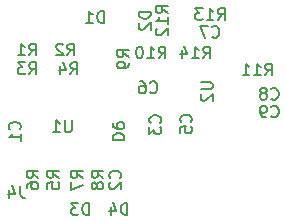
<source format=gbo>
G04 #@! TF.GenerationSoftware,KiCad,Pcbnew,8.0.7*
G04 #@! TF.CreationDate,2025-01-23T14:06:43+01:00*
G04 #@! TF.ProjectId,arnie48,61726e69-6534-4382-9e6b-696361645f70,rev?*
G04 #@! TF.SameCoordinates,Original*
G04 #@! TF.FileFunction,Legend,Bot*
G04 #@! TF.FilePolarity,Positive*
%FSLAX46Y46*%
G04 Gerber Fmt 4.6, Leading zero omitted, Abs format (unit mm)*
G04 Created by KiCad (PCBNEW 8.0.7) date 2025-01-23 14:06:43*
%MOMM*%
%LPD*%
G01*
G04 APERTURE LIST*
%ADD10C,0.150000*%
%ADD11R,1.700000X1.700000*%
G04 APERTURE END LIST*
D10*
X85229819Y-117138094D02*
X84229819Y-117138094D01*
X84229819Y-117138094D02*
X84229819Y-116899999D01*
X84229819Y-116899999D02*
X84277438Y-116757142D01*
X84277438Y-116757142D02*
X84372676Y-116661904D01*
X84372676Y-116661904D02*
X84467914Y-116614285D01*
X84467914Y-116614285D02*
X84658390Y-116566666D01*
X84658390Y-116566666D02*
X84801247Y-116566666D01*
X84801247Y-116566666D02*
X84991723Y-116614285D01*
X84991723Y-116614285D02*
X85086961Y-116661904D01*
X85086961Y-116661904D02*
X85182200Y-116757142D01*
X85182200Y-116757142D02*
X85229819Y-116899999D01*
X85229819Y-116899999D02*
X85229819Y-117138094D01*
X84229819Y-115709523D02*
X84229819Y-115899999D01*
X84229819Y-115899999D02*
X84277438Y-115995237D01*
X84277438Y-115995237D02*
X84325057Y-116042856D01*
X84325057Y-116042856D02*
X84467914Y-116138094D01*
X84467914Y-116138094D02*
X84658390Y-116185713D01*
X84658390Y-116185713D02*
X85039342Y-116185713D01*
X85039342Y-116185713D02*
X85134580Y-116138094D01*
X85134580Y-116138094D02*
X85182200Y-116090475D01*
X85182200Y-116090475D02*
X85229819Y-115995237D01*
X85229819Y-115995237D02*
X85229819Y-115804761D01*
X85229819Y-115804761D02*
X85182200Y-115709523D01*
X85182200Y-115709523D02*
X85134580Y-115661904D01*
X85134580Y-115661904D02*
X85039342Y-115614285D01*
X85039342Y-115614285D02*
X84801247Y-115614285D01*
X84801247Y-115614285D02*
X84706009Y-115661904D01*
X84706009Y-115661904D02*
X84658390Y-115709523D01*
X84658390Y-115709523D02*
X84610771Y-115804761D01*
X84610771Y-115804761D02*
X84610771Y-115995237D01*
X84610771Y-115995237D02*
X84658390Y-116090475D01*
X84658390Y-116090475D02*
X84706009Y-116138094D01*
X84706009Y-116138094D02*
X84801247Y-116185713D01*
X92666666Y-108359580D02*
X92714285Y-108407200D01*
X92714285Y-108407200D02*
X92857142Y-108454819D01*
X92857142Y-108454819D02*
X92952380Y-108454819D01*
X92952380Y-108454819D02*
X93095237Y-108407200D01*
X93095237Y-108407200D02*
X93190475Y-108311961D01*
X93190475Y-108311961D02*
X93238094Y-108216723D01*
X93238094Y-108216723D02*
X93285713Y-108026247D01*
X93285713Y-108026247D02*
X93285713Y-107883390D01*
X93285713Y-107883390D02*
X93238094Y-107692914D01*
X93238094Y-107692914D02*
X93190475Y-107597676D01*
X93190475Y-107597676D02*
X93095237Y-107502438D01*
X93095237Y-107502438D02*
X92952380Y-107454819D01*
X92952380Y-107454819D02*
X92857142Y-107454819D01*
X92857142Y-107454819D02*
X92714285Y-107502438D01*
X92714285Y-107502438D02*
X92666666Y-107550057D01*
X92333332Y-107454819D02*
X91666666Y-107454819D01*
X91666666Y-107454819D02*
X92095237Y-108454819D01*
X88904819Y-106357142D02*
X88428628Y-106023809D01*
X88904819Y-105785714D02*
X87904819Y-105785714D01*
X87904819Y-105785714D02*
X87904819Y-106166666D01*
X87904819Y-106166666D02*
X87952438Y-106261904D01*
X87952438Y-106261904D02*
X88000057Y-106309523D01*
X88000057Y-106309523D02*
X88095295Y-106357142D01*
X88095295Y-106357142D02*
X88238152Y-106357142D01*
X88238152Y-106357142D02*
X88333390Y-106309523D01*
X88333390Y-106309523D02*
X88381009Y-106261904D01*
X88381009Y-106261904D02*
X88428628Y-106166666D01*
X88428628Y-106166666D02*
X88428628Y-105785714D01*
X88904819Y-107309523D02*
X88904819Y-106738095D01*
X88904819Y-107023809D02*
X87904819Y-107023809D01*
X87904819Y-107023809D02*
X88047676Y-106928571D01*
X88047676Y-106928571D02*
X88142914Y-106833333D01*
X88142914Y-106833333D02*
X88190533Y-106738095D01*
X88000057Y-107690476D02*
X87952438Y-107738095D01*
X87952438Y-107738095D02*
X87904819Y-107833333D01*
X87904819Y-107833333D02*
X87904819Y-108071428D01*
X87904819Y-108071428D02*
X87952438Y-108166666D01*
X87952438Y-108166666D02*
X88000057Y-108214285D01*
X88000057Y-108214285D02*
X88095295Y-108261904D01*
X88095295Y-108261904D02*
X88190533Y-108261904D01*
X88190533Y-108261904D02*
X88333390Y-108214285D01*
X88333390Y-108214285D02*
X88904819Y-107642857D01*
X88904819Y-107642857D02*
X88904819Y-108261904D01*
X85488094Y-123454819D02*
X85488094Y-122454819D01*
X85488094Y-122454819D02*
X85249999Y-122454819D01*
X85249999Y-122454819D02*
X85107142Y-122502438D01*
X85107142Y-122502438D02*
X85011904Y-122597676D01*
X85011904Y-122597676D02*
X84964285Y-122692914D01*
X84964285Y-122692914D02*
X84916666Y-122883390D01*
X84916666Y-122883390D02*
X84916666Y-123026247D01*
X84916666Y-123026247D02*
X84964285Y-123216723D01*
X84964285Y-123216723D02*
X85011904Y-123311961D01*
X85011904Y-123311961D02*
X85107142Y-123407200D01*
X85107142Y-123407200D02*
X85249999Y-123454819D01*
X85249999Y-123454819D02*
X85488094Y-123454819D01*
X84059523Y-122788152D02*
X84059523Y-123454819D01*
X84297618Y-122407200D02*
X84535713Y-123121485D01*
X84535713Y-123121485D02*
X83916666Y-123121485D01*
X97142857Y-111654819D02*
X97476190Y-111178628D01*
X97714285Y-111654819D02*
X97714285Y-110654819D01*
X97714285Y-110654819D02*
X97333333Y-110654819D01*
X97333333Y-110654819D02*
X97238095Y-110702438D01*
X97238095Y-110702438D02*
X97190476Y-110750057D01*
X97190476Y-110750057D02*
X97142857Y-110845295D01*
X97142857Y-110845295D02*
X97142857Y-110988152D01*
X97142857Y-110988152D02*
X97190476Y-111083390D01*
X97190476Y-111083390D02*
X97238095Y-111131009D01*
X97238095Y-111131009D02*
X97333333Y-111178628D01*
X97333333Y-111178628D02*
X97714285Y-111178628D01*
X96190476Y-111654819D02*
X96761904Y-111654819D01*
X96476190Y-111654819D02*
X96476190Y-110654819D01*
X96476190Y-110654819D02*
X96571428Y-110797676D01*
X96571428Y-110797676D02*
X96666666Y-110892914D01*
X96666666Y-110892914D02*
X96761904Y-110940533D01*
X95238095Y-111654819D02*
X95809523Y-111654819D01*
X95523809Y-111654819D02*
X95523809Y-110654819D01*
X95523809Y-110654819D02*
X95619047Y-110797676D01*
X95619047Y-110797676D02*
X95714285Y-110892914D01*
X95714285Y-110892914D02*
X95809523Y-110940533D01*
X97666666Y-113609580D02*
X97714285Y-113657200D01*
X97714285Y-113657200D02*
X97857142Y-113704819D01*
X97857142Y-113704819D02*
X97952380Y-113704819D01*
X97952380Y-113704819D02*
X98095237Y-113657200D01*
X98095237Y-113657200D02*
X98190475Y-113561961D01*
X98190475Y-113561961D02*
X98238094Y-113466723D01*
X98238094Y-113466723D02*
X98285713Y-113276247D01*
X98285713Y-113276247D02*
X98285713Y-113133390D01*
X98285713Y-113133390D02*
X98238094Y-112942914D01*
X98238094Y-112942914D02*
X98190475Y-112847676D01*
X98190475Y-112847676D02*
X98095237Y-112752438D01*
X98095237Y-112752438D02*
X97952380Y-112704819D01*
X97952380Y-112704819D02*
X97857142Y-112704819D01*
X97857142Y-112704819D02*
X97714285Y-112752438D01*
X97714285Y-112752438D02*
X97666666Y-112800057D01*
X97095237Y-113133390D02*
X97190475Y-113085771D01*
X97190475Y-113085771D02*
X97238094Y-113038152D01*
X97238094Y-113038152D02*
X97285713Y-112942914D01*
X97285713Y-112942914D02*
X97285713Y-112895295D01*
X97285713Y-112895295D02*
X97238094Y-112800057D01*
X97238094Y-112800057D02*
X97190475Y-112752438D01*
X97190475Y-112752438D02*
X97095237Y-112704819D01*
X97095237Y-112704819D02*
X96904761Y-112704819D01*
X96904761Y-112704819D02*
X96809523Y-112752438D01*
X96809523Y-112752438D02*
X96761904Y-112800057D01*
X96761904Y-112800057D02*
X96714285Y-112895295D01*
X96714285Y-112895295D02*
X96714285Y-112942914D01*
X96714285Y-112942914D02*
X96761904Y-113038152D01*
X96761904Y-113038152D02*
X96809523Y-113085771D01*
X96809523Y-113085771D02*
X96904761Y-113133390D01*
X96904761Y-113133390D02*
X97095237Y-113133390D01*
X97095237Y-113133390D02*
X97190475Y-113181009D01*
X97190475Y-113181009D02*
X97238094Y-113228628D01*
X97238094Y-113228628D02*
X97285713Y-113323866D01*
X97285713Y-113323866D02*
X97285713Y-113514342D01*
X97285713Y-113514342D02*
X97238094Y-113609580D01*
X97238094Y-113609580D02*
X97190475Y-113657200D01*
X97190475Y-113657200D02*
X97095237Y-113704819D01*
X97095237Y-113704819D02*
X96904761Y-113704819D01*
X96904761Y-113704819D02*
X96809523Y-113657200D01*
X96809523Y-113657200D02*
X96761904Y-113609580D01*
X96761904Y-113609580D02*
X96714285Y-113514342D01*
X96714285Y-113514342D02*
X96714285Y-113323866D01*
X96714285Y-113323866D02*
X96761904Y-113228628D01*
X96761904Y-113228628D02*
X96809523Y-113181009D01*
X96809523Y-113181009D02*
X96904761Y-113133390D01*
X85629819Y-110108333D02*
X85153628Y-109775000D01*
X85629819Y-109536905D02*
X84629819Y-109536905D01*
X84629819Y-109536905D02*
X84629819Y-109917857D01*
X84629819Y-109917857D02*
X84677438Y-110013095D01*
X84677438Y-110013095D02*
X84725057Y-110060714D01*
X84725057Y-110060714D02*
X84820295Y-110108333D01*
X84820295Y-110108333D02*
X84963152Y-110108333D01*
X84963152Y-110108333D02*
X85058390Y-110060714D01*
X85058390Y-110060714D02*
X85106009Y-110013095D01*
X85106009Y-110013095D02*
X85153628Y-109917857D01*
X85153628Y-109917857D02*
X85153628Y-109536905D01*
X85629819Y-110584524D02*
X85629819Y-110775000D01*
X85629819Y-110775000D02*
X85582200Y-110870238D01*
X85582200Y-110870238D02*
X85534580Y-110917857D01*
X85534580Y-110917857D02*
X85391723Y-111013095D01*
X85391723Y-111013095D02*
X85201247Y-111060714D01*
X85201247Y-111060714D02*
X84820295Y-111060714D01*
X84820295Y-111060714D02*
X84725057Y-111013095D01*
X84725057Y-111013095D02*
X84677438Y-110965476D01*
X84677438Y-110965476D02*
X84629819Y-110870238D01*
X84629819Y-110870238D02*
X84629819Y-110679762D01*
X84629819Y-110679762D02*
X84677438Y-110584524D01*
X84677438Y-110584524D02*
X84725057Y-110536905D01*
X84725057Y-110536905D02*
X84820295Y-110489286D01*
X84820295Y-110489286D02*
X85058390Y-110489286D01*
X85058390Y-110489286D02*
X85153628Y-110536905D01*
X85153628Y-110536905D02*
X85201247Y-110584524D01*
X85201247Y-110584524D02*
X85248866Y-110679762D01*
X85248866Y-110679762D02*
X85248866Y-110870238D01*
X85248866Y-110870238D02*
X85201247Y-110965476D01*
X85201247Y-110965476D02*
X85153628Y-111013095D01*
X85153628Y-111013095D02*
X85058390Y-111060714D01*
X80761904Y-115454819D02*
X80761904Y-116264342D01*
X80761904Y-116264342D02*
X80714285Y-116359580D01*
X80714285Y-116359580D02*
X80666666Y-116407200D01*
X80666666Y-116407200D02*
X80571428Y-116454819D01*
X80571428Y-116454819D02*
X80380952Y-116454819D01*
X80380952Y-116454819D02*
X80285714Y-116407200D01*
X80285714Y-116407200D02*
X80238095Y-116359580D01*
X80238095Y-116359580D02*
X80190476Y-116264342D01*
X80190476Y-116264342D02*
X80190476Y-115454819D01*
X79190476Y-116454819D02*
X79761904Y-116454819D01*
X79476190Y-116454819D02*
X79476190Y-115454819D01*
X79476190Y-115454819D02*
X79571428Y-115597676D01*
X79571428Y-115597676D02*
X79666666Y-115692914D01*
X79666666Y-115692914D02*
X79761904Y-115740533D01*
X91704819Y-112238095D02*
X92514342Y-112238095D01*
X92514342Y-112238095D02*
X92609580Y-112285714D01*
X92609580Y-112285714D02*
X92657200Y-112333333D01*
X92657200Y-112333333D02*
X92704819Y-112428571D01*
X92704819Y-112428571D02*
X92704819Y-112619047D01*
X92704819Y-112619047D02*
X92657200Y-112714285D01*
X92657200Y-112714285D02*
X92609580Y-112761904D01*
X92609580Y-112761904D02*
X92514342Y-112809523D01*
X92514342Y-112809523D02*
X91704819Y-112809523D01*
X91800057Y-113238095D02*
X91752438Y-113285714D01*
X91752438Y-113285714D02*
X91704819Y-113380952D01*
X91704819Y-113380952D02*
X91704819Y-113619047D01*
X91704819Y-113619047D02*
X91752438Y-113714285D01*
X91752438Y-113714285D02*
X91800057Y-113761904D01*
X91800057Y-113761904D02*
X91895295Y-113809523D01*
X91895295Y-113809523D02*
X91990533Y-113809523D01*
X91990533Y-113809523D02*
X92133390Y-113761904D01*
X92133390Y-113761904D02*
X92704819Y-113190476D01*
X92704819Y-113190476D02*
X92704819Y-113809523D01*
X91892857Y-110204819D02*
X92226190Y-109728628D01*
X92464285Y-110204819D02*
X92464285Y-109204819D01*
X92464285Y-109204819D02*
X92083333Y-109204819D01*
X92083333Y-109204819D02*
X91988095Y-109252438D01*
X91988095Y-109252438D02*
X91940476Y-109300057D01*
X91940476Y-109300057D02*
X91892857Y-109395295D01*
X91892857Y-109395295D02*
X91892857Y-109538152D01*
X91892857Y-109538152D02*
X91940476Y-109633390D01*
X91940476Y-109633390D02*
X91988095Y-109681009D01*
X91988095Y-109681009D02*
X92083333Y-109728628D01*
X92083333Y-109728628D02*
X92464285Y-109728628D01*
X90940476Y-110204819D02*
X91511904Y-110204819D01*
X91226190Y-110204819D02*
X91226190Y-109204819D01*
X91226190Y-109204819D02*
X91321428Y-109347676D01*
X91321428Y-109347676D02*
X91416666Y-109442914D01*
X91416666Y-109442914D02*
X91511904Y-109490533D01*
X90083333Y-109538152D02*
X90083333Y-110204819D01*
X90321428Y-109157200D02*
X90559523Y-109871485D01*
X90559523Y-109871485D02*
X89940476Y-109871485D01*
X83454819Y-120333333D02*
X82978628Y-120000000D01*
X83454819Y-119761905D02*
X82454819Y-119761905D01*
X82454819Y-119761905D02*
X82454819Y-120142857D01*
X82454819Y-120142857D02*
X82502438Y-120238095D01*
X82502438Y-120238095D02*
X82550057Y-120285714D01*
X82550057Y-120285714D02*
X82645295Y-120333333D01*
X82645295Y-120333333D02*
X82788152Y-120333333D01*
X82788152Y-120333333D02*
X82883390Y-120285714D01*
X82883390Y-120285714D02*
X82931009Y-120238095D01*
X82931009Y-120238095D02*
X82978628Y-120142857D01*
X82978628Y-120142857D02*
X82978628Y-119761905D01*
X82883390Y-120904762D02*
X82835771Y-120809524D01*
X82835771Y-120809524D02*
X82788152Y-120761905D01*
X82788152Y-120761905D02*
X82692914Y-120714286D01*
X82692914Y-120714286D02*
X82645295Y-120714286D01*
X82645295Y-120714286D02*
X82550057Y-120761905D01*
X82550057Y-120761905D02*
X82502438Y-120809524D01*
X82502438Y-120809524D02*
X82454819Y-120904762D01*
X82454819Y-120904762D02*
X82454819Y-121095238D01*
X82454819Y-121095238D02*
X82502438Y-121190476D01*
X82502438Y-121190476D02*
X82550057Y-121238095D01*
X82550057Y-121238095D02*
X82645295Y-121285714D01*
X82645295Y-121285714D02*
X82692914Y-121285714D01*
X82692914Y-121285714D02*
X82788152Y-121238095D01*
X82788152Y-121238095D02*
X82835771Y-121190476D01*
X82835771Y-121190476D02*
X82883390Y-121095238D01*
X82883390Y-121095238D02*
X82883390Y-120904762D01*
X82883390Y-120904762D02*
X82931009Y-120809524D01*
X82931009Y-120809524D02*
X82978628Y-120761905D01*
X82978628Y-120761905D02*
X83073866Y-120714286D01*
X83073866Y-120714286D02*
X83264342Y-120714286D01*
X83264342Y-120714286D02*
X83359580Y-120761905D01*
X83359580Y-120761905D02*
X83407200Y-120809524D01*
X83407200Y-120809524D02*
X83454819Y-120904762D01*
X83454819Y-120904762D02*
X83454819Y-121095238D01*
X83454819Y-121095238D02*
X83407200Y-121190476D01*
X83407200Y-121190476D02*
X83359580Y-121238095D01*
X83359580Y-121238095D02*
X83264342Y-121285714D01*
X83264342Y-121285714D02*
X83073866Y-121285714D01*
X83073866Y-121285714D02*
X82978628Y-121238095D01*
X82978628Y-121238095D02*
X82931009Y-121190476D01*
X82931009Y-121190476D02*
X82883390Y-121095238D01*
X93142857Y-106954819D02*
X93476190Y-106478628D01*
X93714285Y-106954819D02*
X93714285Y-105954819D01*
X93714285Y-105954819D02*
X93333333Y-105954819D01*
X93333333Y-105954819D02*
X93238095Y-106002438D01*
X93238095Y-106002438D02*
X93190476Y-106050057D01*
X93190476Y-106050057D02*
X93142857Y-106145295D01*
X93142857Y-106145295D02*
X93142857Y-106288152D01*
X93142857Y-106288152D02*
X93190476Y-106383390D01*
X93190476Y-106383390D02*
X93238095Y-106431009D01*
X93238095Y-106431009D02*
X93333333Y-106478628D01*
X93333333Y-106478628D02*
X93714285Y-106478628D01*
X92190476Y-106954819D02*
X92761904Y-106954819D01*
X92476190Y-106954819D02*
X92476190Y-105954819D01*
X92476190Y-105954819D02*
X92571428Y-106097676D01*
X92571428Y-106097676D02*
X92666666Y-106192914D01*
X92666666Y-106192914D02*
X92761904Y-106240533D01*
X91857142Y-105954819D02*
X91238095Y-105954819D01*
X91238095Y-105954819D02*
X91571428Y-106335771D01*
X91571428Y-106335771D02*
X91428571Y-106335771D01*
X91428571Y-106335771D02*
X91333333Y-106383390D01*
X91333333Y-106383390D02*
X91285714Y-106431009D01*
X91285714Y-106431009D02*
X91238095Y-106526247D01*
X91238095Y-106526247D02*
X91238095Y-106764342D01*
X91238095Y-106764342D02*
X91285714Y-106859580D01*
X91285714Y-106859580D02*
X91333333Y-106907200D01*
X91333333Y-106907200D02*
X91428571Y-106954819D01*
X91428571Y-106954819D02*
X91714285Y-106954819D01*
X91714285Y-106954819D02*
X91809523Y-106907200D01*
X91809523Y-106907200D02*
X91857142Y-106859580D01*
X77954819Y-120333333D02*
X77478628Y-120000000D01*
X77954819Y-119761905D02*
X76954819Y-119761905D01*
X76954819Y-119761905D02*
X76954819Y-120142857D01*
X76954819Y-120142857D02*
X77002438Y-120238095D01*
X77002438Y-120238095D02*
X77050057Y-120285714D01*
X77050057Y-120285714D02*
X77145295Y-120333333D01*
X77145295Y-120333333D02*
X77288152Y-120333333D01*
X77288152Y-120333333D02*
X77383390Y-120285714D01*
X77383390Y-120285714D02*
X77431009Y-120238095D01*
X77431009Y-120238095D02*
X77478628Y-120142857D01*
X77478628Y-120142857D02*
X77478628Y-119761905D01*
X76954819Y-121190476D02*
X76954819Y-121000000D01*
X76954819Y-121000000D02*
X77002438Y-120904762D01*
X77002438Y-120904762D02*
X77050057Y-120857143D01*
X77050057Y-120857143D02*
X77192914Y-120761905D01*
X77192914Y-120761905D02*
X77383390Y-120714286D01*
X77383390Y-120714286D02*
X77764342Y-120714286D01*
X77764342Y-120714286D02*
X77859580Y-120761905D01*
X77859580Y-120761905D02*
X77907200Y-120809524D01*
X77907200Y-120809524D02*
X77954819Y-120904762D01*
X77954819Y-120904762D02*
X77954819Y-121095238D01*
X77954819Y-121095238D02*
X77907200Y-121190476D01*
X77907200Y-121190476D02*
X77859580Y-121238095D01*
X77859580Y-121238095D02*
X77764342Y-121285714D01*
X77764342Y-121285714D02*
X77526247Y-121285714D01*
X77526247Y-121285714D02*
X77431009Y-121238095D01*
X77431009Y-121238095D02*
X77383390Y-121190476D01*
X77383390Y-121190476D02*
X77335771Y-121095238D01*
X77335771Y-121095238D02*
X77335771Y-120904762D01*
X77335771Y-120904762D02*
X77383390Y-120809524D01*
X77383390Y-120809524D02*
X77431009Y-120761905D01*
X77431009Y-120761905D02*
X77526247Y-120714286D01*
X88142857Y-110204819D02*
X88476190Y-109728628D01*
X88714285Y-110204819D02*
X88714285Y-109204819D01*
X88714285Y-109204819D02*
X88333333Y-109204819D01*
X88333333Y-109204819D02*
X88238095Y-109252438D01*
X88238095Y-109252438D02*
X88190476Y-109300057D01*
X88190476Y-109300057D02*
X88142857Y-109395295D01*
X88142857Y-109395295D02*
X88142857Y-109538152D01*
X88142857Y-109538152D02*
X88190476Y-109633390D01*
X88190476Y-109633390D02*
X88238095Y-109681009D01*
X88238095Y-109681009D02*
X88333333Y-109728628D01*
X88333333Y-109728628D02*
X88714285Y-109728628D01*
X87190476Y-110204819D02*
X87761904Y-110204819D01*
X87476190Y-110204819D02*
X87476190Y-109204819D01*
X87476190Y-109204819D02*
X87571428Y-109347676D01*
X87571428Y-109347676D02*
X87666666Y-109442914D01*
X87666666Y-109442914D02*
X87761904Y-109490533D01*
X86571428Y-109204819D02*
X86476190Y-109204819D01*
X86476190Y-109204819D02*
X86380952Y-109252438D01*
X86380952Y-109252438D02*
X86333333Y-109300057D01*
X86333333Y-109300057D02*
X86285714Y-109395295D01*
X86285714Y-109395295D02*
X86238095Y-109585771D01*
X86238095Y-109585771D02*
X86238095Y-109823866D01*
X86238095Y-109823866D02*
X86285714Y-110014342D01*
X86285714Y-110014342D02*
X86333333Y-110109580D01*
X86333333Y-110109580D02*
X86380952Y-110157200D01*
X86380952Y-110157200D02*
X86476190Y-110204819D01*
X86476190Y-110204819D02*
X86571428Y-110204819D01*
X86571428Y-110204819D02*
X86666666Y-110157200D01*
X86666666Y-110157200D02*
X86714285Y-110109580D01*
X86714285Y-110109580D02*
X86761904Y-110014342D01*
X86761904Y-110014342D02*
X86809523Y-109823866D01*
X86809523Y-109823866D02*
X86809523Y-109585771D01*
X86809523Y-109585771D02*
X86761904Y-109395295D01*
X86761904Y-109395295D02*
X86714285Y-109300057D01*
X86714285Y-109300057D02*
X86666666Y-109252438D01*
X86666666Y-109252438D02*
X86571428Y-109204819D01*
X87416666Y-113059580D02*
X87464285Y-113107200D01*
X87464285Y-113107200D02*
X87607142Y-113154819D01*
X87607142Y-113154819D02*
X87702380Y-113154819D01*
X87702380Y-113154819D02*
X87845237Y-113107200D01*
X87845237Y-113107200D02*
X87940475Y-113011961D01*
X87940475Y-113011961D02*
X87988094Y-112916723D01*
X87988094Y-112916723D02*
X88035713Y-112726247D01*
X88035713Y-112726247D02*
X88035713Y-112583390D01*
X88035713Y-112583390D02*
X87988094Y-112392914D01*
X87988094Y-112392914D02*
X87940475Y-112297676D01*
X87940475Y-112297676D02*
X87845237Y-112202438D01*
X87845237Y-112202438D02*
X87702380Y-112154819D01*
X87702380Y-112154819D02*
X87607142Y-112154819D01*
X87607142Y-112154819D02*
X87464285Y-112202438D01*
X87464285Y-112202438D02*
X87416666Y-112250057D01*
X86559523Y-112154819D02*
X86749999Y-112154819D01*
X86749999Y-112154819D02*
X86845237Y-112202438D01*
X86845237Y-112202438D02*
X86892856Y-112250057D01*
X86892856Y-112250057D02*
X86988094Y-112392914D01*
X86988094Y-112392914D02*
X87035713Y-112583390D01*
X87035713Y-112583390D02*
X87035713Y-112964342D01*
X87035713Y-112964342D02*
X86988094Y-113059580D01*
X86988094Y-113059580D02*
X86940475Y-113107200D01*
X86940475Y-113107200D02*
X86845237Y-113154819D01*
X86845237Y-113154819D02*
X86654761Y-113154819D01*
X86654761Y-113154819D02*
X86559523Y-113107200D01*
X86559523Y-113107200D02*
X86511904Y-113059580D01*
X86511904Y-113059580D02*
X86464285Y-112964342D01*
X86464285Y-112964342D02*
X86464285Y-112726247D01*
X86464285Y-112726247D02*
X86511904Y-112631009D01*
X86511904Y-112631009D02*
X86559523Y-112583390D01*
X86559523Y-112583390D02*
X86654761Y-112535771D01*
X86654761Y-112535771D02*
X86845237Y-112535771D01*
X86845237Y-112535771D02*
X86940475Y-112583390D01*
X86940475Y-112583390D02*
X86988094Y-112631009D01*
X86988094Y-112631009D02*
X87035713Y-112726247D01*
X87454819Y-106261905D02*
X86454819Y-106261905D01*
X86454819Y-106261905D02*
X86454819Y-106500000D01*
X86454819Y-106500000D02*
X86502438Y-106642857D01*
X86502438Y-106642857D02*
X86597676Y-106738095D01*
X86597676Y-106738095D02*
X86692914Y-106785714D01*
X86692914Y-106785714D02*
X86883390Y-106833333D01*
X86883390Y-106833333D02*
X87026247Y-106833333D01*
X87026247Y-106833333D02*
X87216723Y-106785714D01*
X87216723Y-106785714D02*
X87311961Y-106738095D01*
X87311961Y-106738095D02*
X87407200Y-106642857D01*
X87407200Y-106642857D02*
X87454819Y-106500000D01*
X87454819Y-106500000D02*
X87454819Y-106261905D01*
X86550057Y-107214286D02*
X86502438Y-107261905D01*
X86502438Y-107261905D02*
X86454819Y-107357143D01*
X86454819Y-107357143D02*
X86454819Y-107595238D01*
X86454819Y-107595238D02*
X86502438Y-107690476D01*
X86502438Y-107690476D02*
X86550057Y-107738095D01*
X86550057Y-107738095D02*
X86645295Y-107785714D01*
X86645295Y-107785714D02*
X86740533Y-107785714D01*
X86740533Y-107785714D02*
X86883390Y-107738095D01*
X86883390Y-107738095D02*
X87454819Y-107166667D01*
X87454819Y-107166667D02*
X87454819Y-107785714D01*
X84859580Y-120333333D02*
X84907200Y-120285714D01*
X84907200Y-120285714D02*
X84954819Y-120142857D01*
X84954819Y-120142857D02*
X84954819Y-120047619D01*
X84954819Y-120047619D02*
X84907200Y-119904762D01*
X84907200Y-119904762D02*
X84811961Y-119809524D01*
X84811961Y-119809524D02*
X84716723Y-119761905D01*
X84716723Y-119761905D02*
X84526247Y-119714286D01*
X84526247Y-119714286D02*
X84383390Y-119714286D01*
X84383390Y-119714286D02*
X84192914Y-119761905D01*
X84192914Y-119761905D02*
X84097676Y-119809524D01*
X84097676Y-119809524D02*
X84002438Y-119904762D01*
X84002438Y-119904762D02*
X83954819Y-120047619D01*
X83954819Y-120047619D02*
X83954819Y-120142857D01*
X83954819Y-120142857D02*
X84002438Y-120285714D01*
X84002438Y-120285714D02*
X84050057Y-120333333D01*
X84050057Y-120714286D02*
X84002438Y-120761905D01*
X84002438Y-120761905D02*
X83954819Y-120857143D01*
X83954819Y-120857143D02*
X83954819Y-121095238D01*
X83954819Y-121095238D02*
X84002438Y-121190476D01*
X84002438Y-121190476D02*
X84050057Y-121238095D01*
X84050057Y-121238095D02*
X84145295Y-121285714D01*
X84145295Y-121285714D02*
X84240533Y-121285714D01*
X84240533Y-121285714D02*
X84383390Y-121238095D01*
X84383390Y-121238095D02*
X84954819Y-120666667D01*
X84954819Y-120666667D02*
X84954819Y-121285714D01*
X77166666Y-109954819D02*
X77499999Y-109478628D01*
X77738094Y-109954819D02*
X77738094Y-108954819D01*
X77738094Y-108954819D02*
X77357142Y-108954819D01*
X77357142Y-108954819D02*
X77261904Y-109002438D01*
X77261904Y-109002438D02*
X77214285Y-109050057D01*
X77214285Y-109050057D02*
X77166666Y-109145295D01*
X77166666Y-109145295D02*
X77166666Y-109288152D01*
X77166666Y-109288152D02*
X77214285Y-109383390D01*
X77214285Y-109383390D02*
X77261904Y-109431009D01*
X77261904Y-109431009D02*
X77357142Y-109478628D01*
X77357142Y-109478628D02*
X77738094Y-109478628D01*
X76214285Y-109954819D02*
X76785713Y-109954819D01*
X76499999Y-109954819D02*
X76499999Y-108954819D01*
X76499999Y-108954819D02*
X76595237Y-109097676D01*
X76595237Y-109097676D02*
X76690475Y-109192914D01*
X76690475Y-109192914D02*
X76785713Y-109240533D01*
X77166666Y-111554819D02*
X77499999Y-111078628D01*
X77738094Y-111554819D02*
X77738094Y-110554819D01*
X77738094Y-110554819D02*
X77357142Y-110554819D01*
X77357142Y-110554819D02*
X77261904Y-110602438D01*
X77261904Y-110602438D02*
X77214285Y-110650057D01*
X77214285Y-110650057D02*
X77166666Y-110745295D01*
X77166666Y-110745295D02*
X77166666Y-110888152D01*
X77166666Y-110888152D02*
X77214285Y-110983390D01*
X77214285Y-110983390D02*
X77261904Y-111031009D01*
X77261904Y-111031009D02*
X77357142Y-111078628D01*
X77357142Y-111078628D02*
X77738094Y-111078628D01*
X76833332Y-110554819D02*
X76214285Y-110554819D01*
X76214285Y-110554819D02*
X76547618Y-110935771D01*
X76547618Y-110935771D02*
X76404761Y-110935771D01*
X76404761Y-110935771D02*
X76309523Y-110983390D01*
X76309523Y-110983390D02*
X76261904Y-111031009D01*
X76261904Y-111031009D02*
X76214285Y-111126247D01*
X76214285Y-111126247D02*
X76214285Y-111364342D01*
X76214285Y-111364342D02*
X76261904Y-111459580D01*
X76261904Y-111459580D02*
X76309523Y-111507200D01*
X76309523Y-111507200D02*
X76404761Y-111554819D01*
X76404761Y-111554819D02*
X76690475Y-111554819D01*
X76690475Y-111554819D02*
X76785713Y-111507200D01*
X76785713Y-111507200D02*
X76833332Y-111459580D01*
X81704819Y-120333333D02*
X81228628Y-120000000D01*
X81704819Y-119761905D02*
X80704819Y-119761905D01*
X80704819Y-119761905D02*
X80704819Y-120142857D01*
X80704819Y-120142857D02*
X80752438Y-120238095D01*
X80752438Y-120238095D02*
X80800057Y-120285714D01*
X80800057Y-120285714D02*
X80895295Y-120333333D01*
X80895295Y-120333333D02*
X81038152Y-120333333D01*
X81038152Y-120333333D02*
X81133390Y-120285714D01*
X81133390Y-120285714D02*
X81181009Y-120238095D01*
X81181009Y-120238095D02*
X81228628Y-120142857D01*
X81228628Y-120142857D02*
X81228628Y-119761905D01*
X80704819Y-120666667D02*
X80704819Y-121333333D01*
X80704819Y-121333333D02*
X81704819Y-120904762D01*
X80416666Y-109954819D02*
X80749999Y-109478628D01*
X80988094Y-109954819D02*
X80988094Y-108954819D01*
X80988094Y-108954819D02*
X80607142Y-108954819D01*
X80607142Y-108954819D02*
X80511904Y-109002438D01*
X80511904Y-109002438D02*
X80464285Y-109050057D01*
X80464285Y-109050057D02*
X80416666Y-109145295D01*
X80416666Y-109145295D02*
X80416666Y-109288152D01*
X80416666Y-109288152D02*
X80464285Y-109383390D01*
X80464285Y-109383390D02*
X80511904Y-109431009D01*
X80511904Y-109431009D02*
X80607142Y-109478628D01*
X80607142Y-109478628D02*
X80988094Y-109478628D01*
X80035713Y-109050057D02*
X79988094Y-109002438D01*
X79988094Y-109002438D02*
X79892856Y-108954819D01*
X79892856Y-108954819D02*
X79654761Y-108954819D01*
X79654761Y-108954819D02*
X79559523Y-109002438D01*
X79559523Y-109002438D02*
X79511904Y-109050057D01*
X79511904Y-109050057D02*
X79464285Y-109145295D01*
X79464285Y-109145295D02*
X79464285Y-109240533D01*
X79464285Y-109240533D02*
X79511904Y-109383390D01*
X79511904Y-109383390D02*
X80083332Y-109954819D01*
X80083332Y-109954819D02*
X79464285Y-109954819D01*
X83488094Y-107204819D02*
X83488094Y-106204819D01*
X83488094Y-106204819D02*
X83249999Y-106204819D01*
X83249999Y-106204819D02*
X83107142Y-106252438D01*
X83107142Y-106252438D02*
X83011904Y-106347676D01*
X83011904Y-106347676D02*
X82964285Y-106442914D01*
X82964285Y-106442914D02*
X82916666Y-106633390D01*
X82916666Y-106633390D02*
X82916666Y-106776247D01*
X82916666Y-106776247D02*
X82964285Y-106966723D01*
X82964285Y-106966723D02*
X83011904Y-107061961D01*
X83011904Y-107061961D02*
X83107142Y-107157200D01*
X83107142Y-107157200D02*
X83249999Y-107204819D01*
X83249999Y-107204819D02*
X83488094Y-107204819D01*
X81964285Y-107204819D02*
X82535713Y-107204819D01*
X82249999Y-107204819D02*
X82249999Y-106204819D01*
X82249999Y-106204819D02*
X82345237Y-106347676D01*
X82345237Y-106347676D02*
X82440475Y-106442914D01*
X82440475Y-106442914D02*
X82535713Y-106490533D01*
X79704819Y-120333333D02*
X79228628Y-120000000D01*
X79704819Y-119761905D02*
X78704819Y-119761905D01*
X78704819Y-119761905D02*
X78704819Y-120142857D01*
X78704819Y-120142857D02*
X78752438Y-120238095D01*
X78752438Y-120238095D02*
X78800057Y-120285714D01*
X78800057Y-120285714D02*
X78895295Y-120333333D01*
X78895295Y-120333333D02*
X79038152Y-120333333D01*
X79038152Y-120333333D02*
X79133390Y-120285714D01*
X79133390Y-120285714D02*
X79181009Y-120238095D01*
X79181009Y-120238095D02*
X79228628Y-120142857D01*
X79228628Y-120142857D02*
X79228628Y-119761905D01*
X78704819Y-121238095D02*
X78704819Y-120761905D01*
X78704819Y-120761905D02*
X79181009Y-120714286D01*
X79181009Y-120714286D02*
X79133390Y-120761905D01*
X79133390Y-120761905D02*
X79085771Y-120857143D01*
X79085771Y-120857143D02*
X79085771Y-121095238D01*
X79085771Y-121095238D02*
X79133390Y-121190476D01*
X79133390Y-121190476D02*
X79181009Y-121238095D01*
X79181009Y-121238095D02*
X79276247Y-121285714D01*
X79276247Y-121285714D02*
X79514342Y-121285714D01*
X79514342Y-121285714D02*
X79609580Y-121238095D01*
X79609580Y-121238095D02*
X79657200Y-121190476D01*
X79657200Y-121190476D02*
X79704819Y-121095238D01*
X79704819Y-121095238D02*
X79704819Y-120857143D01*
X79704819Y-120857143D02*
X79657200Y-120761905D01*
X79657200Y-120761905D02*
X79609580Y-120714286D01*
X97666666Y-115109580D02*
X97714285Y-115157200D01*
X97714285Y-115157200D02*
X97857142Y-115204819D01*
X97857142Y-115204819D02*
X97952380Y-115204819D01*
X97952380Y-115204819D02*
X98095237Y-115157200D01*
X98095237Y-115157200D02*
X98190475Y-115061961D01*
X98190475Y-115061961D02*
X98238094Y-114966723D01*
X98238094Y-114966723D02*
X98285713Y-114776247D01*
X98285713Y-114776247D02*
X98285713Y-114633390D01*
X98285713Y-114633390D02*
X98238094Y-114442914D01*
X98238094Y-114442914D02*
X98190475Y-114347676D01*
X98190475Y-114347676D02*
X98095237Y-114252438D01*
X98095237Y-114252438D02*
X97952380Y-114204819D01*
X97952380Y-114204819D02*
X97857142Y-114204819D01*
X97857142Y-114204819D02*
X97714285Y-114252438D01*
X97714285Y-114252438D02*
X97666666Y-114300057D01*
X97190475Y-115204819D02*
X96999999Y-115204819D01*
X96999999Y-115204819D02*
X96904761Y-115157200D01*
X96904761Y-115157200D02*
X96857142Y-115109580D01*
X96857142Y-115109580D02*
X96761904Y-114966723D01*
X96761904Y-114966723D02*
X96714285Y-114776247D01*
X96714285Y-114776247D02*
X96714285Y-114395295D01*
X96714285Y-114395295D02*
X96761904Y-114300057D01*
X96761904Y-114300057D02*
X96809523Y-114252438D01*
X96809523Y-114252438D02*
X96904761Y-114204819D01*
X96904761Y-114204819D02*
X97095237Y-114204819D01*
X97095237Y-114204819D02*
X97190475Y-114252438D01*
X97190475Y-114252438D02*
X97238094Y-114300057D01*
X97238094Y-114300057D02*
X97285713Y-114395295D01*
X97285713Y-114395295D02*
X97285713Y-114633390D01*
X97285713Y-114633390D02*
X97238094Y-114728628D01*
X97238094Y-114728628D02*
X97190475Y-114776247D01*
X97190475Y-114776247D02*
X97095237Y-114823866D01*
X97095237Y-114823866D02*
X96904761Y-114823866D01*
X96904761Y-114823866D02*
X96809523Y-114776247D01*
X96809523Y-114776247D02*
X96761904Y-114728628D01*
X96761904Y-114728628D02*
X96714285Y-114633390D01*
X90859580Y-115583333D02*
X90907200Y-115535714D01*
X90907200Y-115535714D02*
X90954819Y-115392857D01*
X90954819Y-115392857D02*
X90954819Y-115297619D01*
X90954819Y-115297619D02*
X90907200Y-115154762D01*
X90907200Y-115154762D02*
X90811961Y-115059524D01*
X90811961Y-115059524D02*
X90716723Y-115011905D01*
X90716723Y-115011905D02*
X90526247Y-114964286D01*
X90526247Y-114964286D02*
X90383390Y-114964286D01*
X90383390Y-114964286D02*
X90192914Y-115011905D01*
X90192914Y-115011905D02*
X90097676Y-115059524D01*
X90097676Y-115059524D02*
X90002438Y-115154762D01*
X90002438Y-115154762D02*
X89954819Y-115297619D01*
X89954819Y-115297619D02*
X89954819Y-115392857D01*
X89954819Y-115392857D02*
X90002438Y-115535714D01*
X90002438Y-115535714D02*
X90050057Y-115583333D01*
X89954819Y-116488095D02*
X89954819Y-116011905D01*
X89954819Y-116011905D02*
X90431009Y-115964286D01*
X90431009Y-115964286D02*
X90383390Y-116011905D01*
X90383390Y-116011905D02*
X90335771Y-116107143D01*
X90335771Y-116107143D02*
X90335771Y-116345238D01*
X90335771Y-116345238D02*
X90383390Y-116440476D01*
X90383390Y-116440476D02*
X90431009Y-116488095D01*
X90431009Y-116488095D02*
X90526247Y-116535714D01*
X90526247Y-116535714D02*
X90764342Y-116535714D01*
X90764342Y-116535714D02*
X90859580Y-116488095D01*
X90859580Y-116488095D02*
X90907200Y-116440476D01*
X90907200Y-116440476D02*
X90954819Y-116345238D01*
X90954819Y-116345238D02*
X90954819Y-116107143D01*
X90954819Y-116107143D02*
X90907200Y-116011905D01*
X90907200Y-116011905D02*
X90859580Y-115964286D01*
X80666666Y-111554819D02*
X80999999Y-111078628D01*
X81238094Y-111554819D02*
X81238094Y-110554819D01*
X81238094Y-110554819D02*
X80857142Y-110554819D01*
X80857142Y-110554819D02*
X80761904Y-110602438D01*
X80761904Y-110602438D02*
X80714285Y-110650057D01*
X80714285Y-110650057D02*
X80666666Y-110745295D01*
X80666666Y-110745295D02*
X80666666Y-110888152D01*
X80666666Y-110888152D02*
X80714285Y-110983390D01*
X80714285Y-110983390D02*
X80761904Y-111031009D01*
X80761904Y-111031009D02*
X80857142Y-111078628D01*
X80857142Y-111078628D02*
X81238094Y-111078628D01*
X79809523Y-110888152D02*
X79809523Y-111554819D01*
X80047618Y-110507200D02*
X80285713Y-111221485D01*
X80285713Y-111221485D02*
X79666666Y-111221485D01*
X82238094Y-123454819D02*
X82238094Y-122454819D01*
X82238094Y-122454819D02*
X81999999Y-122454819D01*
X81999999Y-122454819D02*
X81857142Y-122502438D01*
X81857142Y-122502438D02*
X81761904Y-122597676D01*
X81761904Y-122597676D02*
X81714285Y-122692914D01*
X81714285Y-122692914D02*
X81666666Y-122883390D01*
X81666666Y-122883390D02*
X81666666Y-123026247D01*
X81666666Y-123026247D02*
X81714285Y-123216723D01*
X81714285Y-123216723D02*
X81761904Y-123311961D01*
X81761904Y-123311961D02*
X81857142Y-123407200D01*
X81857142Y-123407200D02*
X81999999Y-123454819D01*
X81999999Y-123454819D02*
X82238094Y-123454819D01*
X81333332Y-122454819D02*
X80714285Y-122454819D01*
X80714285Y-122454819D02*
X81047618Y-122835771D01*
X81047618Y-122835771D02*
X80904761Y-122835771D01*
X80904761Y-122835771D02*
X80809523Y-122883390D01*
X80809523Y-122883390D02*
X80761904Y-122931009D01*
X80761904Y-122931009D02*
X80714285Y-123026247D01*
X80714285Y-123026247D02*
X80714285Y-123264342D01*
X80714285Y-123264342D02*
X80761904Y-123359580D01*
X80761904Y-123359580D02*
X80809523Y-123407200D01*
X80809523Y-123407200D02*
X80904761Y-123454819D01*
X80904761Y-123454819D02*
X81190475Y-123454819D01*
X81190475Y-123454819D02*
X81285713Y-123407200D01*
X81285713Y-123407200D02*
X81333332Y-123359580D01*
X88259580Y-115658333D02*
X88307200Y-115610714D01*
X88307200Y-115610714D02*
X88354819Y-115467857D01*
X88354819Y-115467857D02*
X88354819Y-115372619D01*
X88354819Y-115372619D02*
X88307200Y-115229762D01*
X88307200Y-115229762D02*
X88211961Y-115134524D01*
X88211961Y-115134524D02*
X88116723Y-115086905D01*
X88116723Y-115086905D02*
X87926247Y-115039286D01*
X87926247Y-115039286D02*
X87783390Y-115039286D01*
X87783390Y-115039286D02*
X87592914Y-115086905D01*
X87592914Y-115086905D02*
X87497676Y-115134524D01*
X87497676Y-115134524D02*
X87402438Y-115229762D01*
X87402438Y-115229762D02*
X87354819Y-115372619D01*
X87354819Y-115372619D02*
X87354819Y-115467857D01*
X87354819Y-115467857D02*
X87402438Y-115610714D01*
X87402438Y-115610714D02*
X87450057Y-115658333D01*
X87354819Y-115991667D02*
X87354819Y-116610714D01*
X87354819Y-116610714D02*
X87735771Y-116277381D01*
X87735771Y-116277381D02*
X87735771Y-116420238D01*
X87735771Y-116420238D02*
X87783390Y-116515476D01*
X87783390Y-116515476D02*
X87831009Y-116563095D01*
X87831009Y-116563095D02*
X87926247Y-116610714D01*
X87926247Y-116610714D02*
X88164342Y-116610714D01*
X88164342Y-116610714D02*
X88259580Y-116563095D01*
X88259580Y-116563095D02*
X88307200Y-116515476D01*
X88307200Y-116515476D02*
X88354819Y-116420238D01*
X88354819Y-116420238D02*
X88354819Y-116134524D01*
X88354819Y-116134524D02*
X88307200Y-116039286D01*
X88307200Y-116039286D02*
X88259580Y-115991667D01*
X76359580Y-116208333D02*
X76407200Y-116160714D01*
X76407200Y-116160714D02*
X76454819Y-116017857D01*
X76454819Y-116017857D02*
X76454819Y-115922619D01*
X76454819Y-115922619D02*
X76407200Y-115779762D01*
X76407200Y-115779762D02*
X76311961Y-115684524D01*
X76311961Y-115684524D02*
X76216723Y-115636905D01*
X76216723Y-115636905D02*
X76026247Y-115589286D01*
X76026247Y-115589286D02*
X75883390Y-115589286D01*
X75883390Y-115589286D02*
X75692914Y-115636905D01*
X75692914Y-115636905D02*
X75597676Y-115684524D01*
X75597676Y-115684524D02*
X75502438Y-115779762D01*
X75502438Y-115779762D02*
X75454819Y-115922619D01*
X75454819Y-115922619D02*
X75454819Y-116017857D01*
X75454819Y-116017857D02*
X75502438Y-116160714D01*
X75502438Y-116160714D02*
X75550057Y-116208333D01*
X76454819Y-117160714D02*
X76454819Y-116589286D01*
X76454819Y-116875000D02*
X75454819Y-116875000D01*
X75454819Y-116875000D02*
X75597676Y-116779762D01*
X75597676Y-116779762D02*
X75692914Y-116684524D01*
X75692914Y-116684524D02*
X75740533Y-116589286D01*
X76403333Y-121014819D02*
X76403333Y-121729104D01*
X76403333Y-121729104D02*
X76450952Y-121871961D01*
X76450952Y-121871961D02*
X76546190Y-121967200D01*
X76546190Y-121967200D02*
X76689047Y-122014819D01*
X76689047Y-122014819D02*
X76784285Y-122014819D01*
X75498571Y-121348152D02*
X75498571Y-122014819D01*
X75736666Y-120967200D02*
X75974761Y-121681485D01*
X75974761Y-121681485D02*
X75355714Y-121681485D01*
%LPC*%
D11*
X98930000Y-106110000D03*
X76070000Y-123890000D03*
X76070000Y-106110000D03*
X98930000Y-121350000D03*
%LPD*%
M02*

</source>
